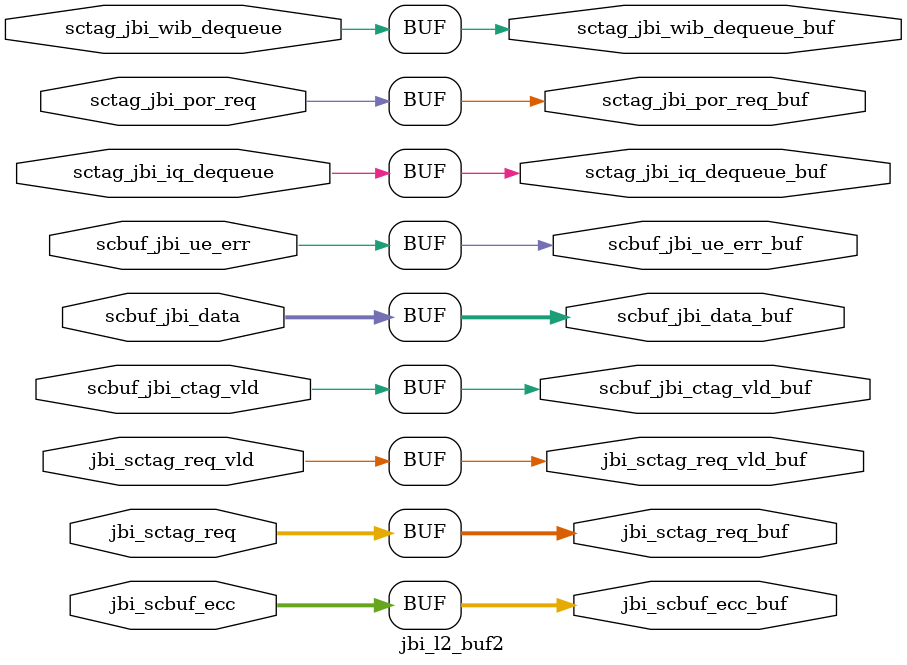
<source format=v>
module jbi_l2_buf2(
   jbi_sctag_req_buf, scbuf_jbi_data_buf, jbi_scbuf_ecc_buf, 
   jbi_sctag_req_vld_buf, scbuf_jbi_ctag_vld_buf, 
   scbuf_jbi_ue_err_buf, sctag_jbi_iq_dequeue_buf, 
   sctag_jbi_wib_dequeue_buf, sctag_jbi_por_req_buf, 
   jbi_sctag_req, scbuf_jbi_data, jbi_scbuf_ecc, jbi_sctag_req_vld, 
   scbuf_jbi_ctag_vld, scbuf_jbi_ue_err, sctag_jbi_iq_dequeue, 
   sctag_jbi_wib_dequeue, sctag_jbi_por_req
   );
   output [31:0]        jbi_sctag_req_buf;         
   output [31:0]        scbuf_jbi_data_buf;        
   output [6:0]         jbi_scbuf_ecc_buf;         
   output               jbi_sctag_req_vld_buf;     
   output               scbuf_jbi_ctag_vld_buf;
   output               scbuf_jbi_ue_err_buf;      
   output		sctag_jbi_iq_dequeue_buf;
   output		sctag_jbi_wib_dequeue_buf;
   output		sctag_jbi_por_req_buf;
   input [31:0]        jbi_sctag_req;         
   input [31:0]        scbuf_jbi_data;        
   input [6:0]         jbi_scbuf_ecc;         
   input               jbi_sctag_req_vld;     
   input               scbuf_jbi_ctag_vld;
   input               scbuf_jbi_ue_err;      
   input	       sctag_jbi_iq_dequeue;
   input	       sctag_jbi_wib_dequeue;
   input	       sctag_jbi_por_req;
assign		jbi_sctag_req_buf = jbi_sctag_req ;
assign		scbuf_jbi_data_buf = scbuf_jbi_data ;
assign		jbi_scbuf_ecc_buf[6:0] = jbi_scbuf_ecc[6:0] ;
assign		jbi_sctag_req_vld_buf = jbi_sctag_req_vld ;
assign		scbuf_jbi_ctag_vld_buf = scbuf_jbi_ctag_vld ;
assign		scbuf_jbi_ue_err_buf = scbuf_jbi_ue_err ;
assign		sctag_jbi_iq_dequeue_buf = sctag_jbi_iq_dequeue ;
assign		sctag_jbi_wib_dequeue_buf =  sctag_jbi_wib_dequeue;
assign		sctag_jbi_por_req_buf = sctag_jbi_por_req ;
endmodule
</source>
